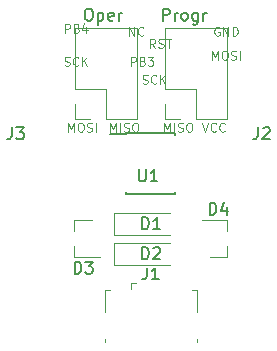
<source format=gbr>
G04 #@! TF.FileFunction,Legend,Top*
%FSLAX46Y46*%
G04 Gerber Fmt 4.6, Leading zero omitted, Abs format (unit mm)*
G04 Created by KiCad (PCBNEW 4.0.4-stable) date 04/18/19 21:09:23*
%MOMM*%
%LPD*%
G01*
G04 APERTURE LIST*
%ADD10C,0.100000*%
%ADD11C,0.120000*%
%ADD12C,0.150000*%
G04 APERTURE END LIST*
D10*
X123888572Y-77349000D02*
X123817143Y-77313286D01*
X123710000Y-77313286D01*
X123602857Y-77349000D01*
X123531429Y-77420429D01*
X123495714Y-77491857D01*
X123460000Y-77634714D01*
X123460000Y-77741857D01*
X123495714Y-77884714D01*
X123531429Y-77956143D01*
X123602857Y-78027571D01*
X123710000Y-78063286D01*
X123781429Y-78063286D01*
X123888572Y-78027571D01*
X123924286Y-77991857D01*
X123924286Y-77741857D01*
X123781429Y-77741857D01*
X124245714Y-78063286D02*
X124245714Y-77313286D01*
X124674286Y-78063286D01*
X124674286Y-77313286D01*
X125031428Y-78063286D02*
X125031428Y-77313286D01*
X125210000Y-77313286D01*
X125317143Y-77349000D01*
X125388571Y-77420429D01*
X125424286Y-77491857D01*
X125460000Y-77634714D01*
X125460000Y-77741857D01*
X125424286Y-77884714D01*
X125388571Y-77956143D01*
X125317143Y-78027571D01*
X125210000Y-78063286D01*
X125031428Y-78063286D01*
X123281428Y-80095286D02*
X123281428Y-79345286D01*
X123531428Y-79881000D01*
X123781428Y-79345286D01*
X123781428Y-80095286D01*
X124281429Y-79345286D02*
X124424286Y-79345286D01*
X124495714Y-79381000D01*
X124567143Y-79452429D01*
X124602857Y-79595286D01*
X124602857Y-79845286D01*
X124567143Y-79988143D01*
X124495714Y-80059571D01*
X124424286Y-80095286D01*
X124281429Y-80095286D01*
X124210000Y-80059571D01*
X124138571Y-79988143D01*
X124102857Y-79845286D01*
X124102857Y-79595286D01*
X124138571Y-79452429D01*
X124210000Y-79381000D01*
X124281429Y-79345286D01*
X124888571Y-80059571D02*
X124995714Y-80095286D01*
X125174285Y-80095286D01*
X125245714Y-80059571D01*
X125281428Y-80023857D01*
X125317143Y-79952429D01*
X125317143Y-79881000D01*
X125281428Y-79809571D01*
X125245714Y-79773857D01*
X125174285Y-79738143D01*
X125031428Y-79702429D01*
X124960000Y-79666714D01*
X124924285Y-79631000D01*
X124888571Y-79559571D01*
X124888571Y-79488143D01*
X124924285Y-79416714D01*
X124960000Y-79381000D01*
X125031428Y-79345286D01*
X125210000Y-79345286D01*
X125317143Y-79381000D01*
X125638571Y-80095286D02*
X125638571Y-79345286D01*
X119217428Y-86191286D02*
X119217428Y-85441286D01*
X119467428Y-85977000D01*
X119717428Y-85441286D01*
X119717428Y-86191286D01*
X120074571Y-86191286D02*
X120074571Y-85441286D01*
X120396000Y-86155571D02*
X120503143Y-86191286D01*
X120681714Y-86191286D01*
X120753143Y-86155571D01*
X120788857Y-86119857D01*
X120824572Y-86048429D01*
X120824572Y-85977000D01*
X120788857Y-85905571D01*
X120753143Y-85869857D01*
X120681714Y-85834143D01*
X120538857Y-85798429D01*
X120467429Y-85762714D01*
X120431714Y-85727000D01*
X120396000Y-85655571D01*
X120396000Y-85584143D01*
X120431714Y-85512714D01*
X120467429Y-85477000D01*
X120538857Y-85441286D01*
X120717429Y-85441286D01*
X120824572Y-85477000D01*
X121288858Y-85441286D02*
X121431715Y-85441286D01*
X121503143Y-85477000D01*
X121574572Y-85548429D01*
X121610286Y-85691286D01*
X121610286Y-85941286D01*
X121574572Y-86084143D01*
X121503143Y-86155571D01*
X121431715Y-86191286D01*
X121288858Y-86191286D01*
X121217429Y-86155571D01*
X121146000Y-86084143D01*
X121110286Y-85941286D01*
X121110286Y-85691286D01*
X121146000Y-85548429D01*
X121217429Y-85477000D01*
X121288858Y-85441286D01*
X117399714Y-82091571D02*
X117506857Y-82127286D01*
X117685428Y-82127286D01*
X117756857Y-82091571D01*
X117792571Y-82055857D01*
X117828286Y-81984429D01*
X117828286Y-81913000D01*
X117792571Y-81841571D01*
X117756857Y-81805857D01*
X117685428Y-81770143D01*
X117542571Y-81734429D01*
X117471143Y-81698714D01*
X117435428Y-81663000D01*
X117399714Y-81591571D01*
X117399714Y-81520143D01*
X117435428Y-81448714D01*
X117471143Y-81413000D01*
X117542571Y-81377286D01*
X117721143Y-81377286D01*
X117828286Y-81413000D01*
X118578286Y-82055857D02*
X118542572Y-82091571D01*
X118435429Y-82127286D01*
X118364000Y-82127286D01*
X118256857Y-82091571D01*
X118185429Y-82020143D01*
X118149714Y-81948714D01*
X118114000Y-81805857D01*
X118114000Y-81698714D01*
X118149714Y-81555857D01*
X118185429Y-81484429D01*
X118256857Y-81413000D01*
X118364000Y-81377286D01*
X118435429Y-81377286D01*
X118542572Y-81413000D01*
X118578286Y-81448714D01*
X118899714Y-82127286D02*
X118899714Y-81377286D01*
X119328286Y-82127286D02*
X119006857Y-81698714D01*
X119328286Y-81377286D02*
X118899714Y-81805857D01*
X118461286Y-79079286D02*
X118211286Y-78722143D01*
X118032714Y-79079286D02*
X118032714Y-78329286D01*
X118318429Y-78329286D01*
X118389857Y-78365000D01*
X118425572Y-78400714D01*
X118461286Y-78472143D01*
X118461286Y-78579286D01*
X118425572Y-78650714D01*
X118389857Y-78686429D01*
X118318429Y-78722143D01*
X118032714Y-78722143D01*
X118747000Y-79043571D02*
X118854143Y-79079286D01*
X119032714Y-79079286D01*
X119104143Y-79043571D01*
X119139857Y-79007857D01*
X119175572Y-78936429D01*
X119175572Y-78865000D01*
X119139857Y-78793571D01*
X119104143Y-78757857D01*
X119032714Y-78722143D01*
X118889857Y-78686429D01*
X118818429Y-78650714D01*
X118782714Y-78615000D01*
X118747000Y-78543571D01*
X118747000Y-78472143D01*
X118782714Y-78400714D01*
X118818429Y-78365000D01*
X118889857Y-78329286D01*
X119068429Y-78329286D01*
X119175572Y-78365000D01*
X119389858Y-78329286D02*
X119818429Y-78329286D01*
X119604143Y-79079286D02*
X119604143Y-78329286D01*
X122444001Y-85441286D02*
X122694001Y-86191286D01*
X122944001Y-85441286D01*
X123622572Y-86119857D02*
X123586858Y-86155571D01*
X123479715Y-86191286D01*
X123408286Y-86191286D01*
X123301143Y-86155571D01*
X123229715Y-86084143D01*
X123194000Y-86012714D01*
X123158286Y-85869857D01*
X123158286Y-85762714D01*
X123194000Y-85619857D01*
X123229715Y-85548429D01*
X123301143Y-85477000D01*
X123408286Y-85441286D01*
X123479715Y-85441286D01*
X123586858Y-85477000D01*
X123622572Y-85512714D01*
X124372572Y-86119857D02*
X124336858Y-86155571D01*
X124229715Y-86191286D01*
X124158286Y-86191286D01*
X124051143Y-86155571D01*
X123979715Y-86084143D01*
X123944000Y-86012714D01*
X123908286Y-85869857D01*
X123908286Y-85762714D01*
X123944000Y-85619857D01*
X123979715Y-85548429D01*
X124051143Y-85477000D01*
X124158286Y-85441286D01*
X124229715Y-85441286D01*
X124336858Y-85477000D01*
X124372572Y-85512714D01*
X114645428Y-86191286D02*
X114645428Y-85441286D01*
X114895428Y-85977000D01*
X115145428Y-85441286D01*
X115145428Y-86191286D01*
X115502571Y-86191286D02*
X115502571Y-85441286D01*
X115824000Y-86155571D02*
X115931143Y-86191286D01*
X116109714Y-86191286D01*
X116181143Y-86155571D01*
X116216857Y-86119857D01*
X116252572Y-86048429D01*
X116252572Y-85977000D01*
X116216857Y-85905571D01*
X116181143Y-85869857D01*
X116109714Y-85834143D01*
X115966857Y-85798429D01*
X115895429Y-85762714D01*
X115859714Y-85727000D01*
X115824000Y-85655571D01*
X115824000Y-85584143D01*
X115859714Y-85512714D01*
X115895429Y-85477000D01*
X115966857Y-85441286D01*
X116145429Y-85441286D01*
X116252572Y-85477000D01*
X116716858Y-85441286D02*
X116859715Y-85441286D01*
X116931143Y-85477000D01*
X117002572Y-85548429D01*
X117038286Y-85691286D01*
X117038286Y-85941286D01*
X117002572Y-86084143D01*
X116931143Y-86155571D01*
X116859715Y-86191286D01*
X116716858Y-86191286D01*
X116645429Y-86155571D01*
X116574000Y-86084143D01*
X116538286Y-85941286D01*
X116538286Y-85691286D01*
X116574000Y-85548429D01*
X116645429Y-85477000D01*
X116716858Y-85441286D01*
X111089428Y-86191286D02*
X111089428Y-85441286D01*
X111339428Y-85977000D01*
X111589428Y-85441286D01*
X111589428Y-86191286D01*
X112089429Y-85441286D02*
X112232286Y-85441286D01*
X112303714Y-85477000D01*
X112375143Y-85548429D01*
X112410857Y-85691286D01*
X112410857Y-85941286D01*
X112375143Y-86084143D01*
X112303714Y-86155571D01*
X112232286Y-86191286D01*
X112089429Y-86191286D01*
X112018000Y-86155571D01*
X111946571Y-86084143D01*
X111910857Y-85941286D01*
X111910857Y-85691286D01*
X111946571Y-85548429D01*
X112018000Y-85477000D01*
X112089429Y-85441286D01*
X112696571Y-86155571D02*
X112803714Y-86191286D01*
X112982285Y-86191286D01*
X113053714Y-86155571D01*
X113089428Y-86119857D01*
X113125143Y-86048429D01*
X113125143Y-85977000D01*
X113089428Y-85905571D01*
X113053714Y-85869857D01*
X112982285Y-85834143D01*
X112839428Y-85798429D01*
X112768000Y-85762714D01*
X112732285Y-85727000D01*
X112696571Y-85655571D01*
X112696571Y-85584143D01*
X112732285Y-85512714D01*
X112768000Y-85477000D01*
X112839428Y-85441286D01*
X113018000Y-85441286D01*
X113125143Y-85477000D01*
X113446571Y-86191286D02*
X113446571Y-85441286D01*
X116419428Y-80603286D02*
X116419428Y-79853286D01*
X116705143Y-79853286D01*
X116776571Y-79889000D01*
X116812286Y-79924714D01*
X116848000Y-79996143D01*
X116848000Y-80103286D01*
X116812286Y-80174714D01*
X116776571Y-80210429D01*
X116705143Y-80246143D01*
X116419428Y-80246143D01*
X117419428Y-80210429D02*
X117526571Y-80246143D01*
X117562286Y-80281857D01*
X117598000Y-80353286D01*
X117598000Y-80460429D01*
X117562286Y-80531857D01*
X117526571Y-80567571D01*
X117455143Y-80603286D01*
X117169428Y-80603286D01*
X117169428Y-79853286D01*
X117419428Y-79853286D01*
X117490857Y-79889000D01*
X117526571Y-79924714D01*
X117562286Y-79996143D01*
X117562286Y-80067571D01*
X117526571Y-80139000D01*
X117490857Y-80174714D01*
X117419428Y-80210429D01*
X117169428Y-80210429D01*
X117848000Y-79853286D02*
X118312286Y-79853286D01*
X118062286Y-80139000D01*
X118169428Y-80139000D01*
X118240857Y-80174714D01*
X118276571Y-80210429D01*
X118312286Y-80281857D01*
X118312286Y-80460429D01*
X118276571Y-80531857D01*
X118240857Y-80567571D01*
X118169428Y-80603286D01*
X117955143Y-80603286D01*
X117883714Y-80567571D01*
X117848000Y-80531857D01*
X110795714Y-80567571D02*
X110902857Y-80603286D01*
X111081428Y-80603286D01*
X111152857Y-80567571D01*
X111188571Y-80531857D01*
X111224286Y-80460429D01*
X111224286Y-80389000D01*
X111188571Y-80317571D01*
X111152857Y-80281857D01*
X111081428Y-80246143D01*
X110938571Y-80210429D01*
X110867143Y-80174714D01*
X110831428Y-80139000D01*
X110795714Y-80067571D01*
X110795714Y-79996143D01*
X110831428Y-79924714D01*
X110867143Y-79889000D01*
X110938571Y-79853286D01*
X111117143Y-79853286D01*
X111224286Y-79889000D01*
X111974286Y-80531857D02*
X111938572Y-80567571D01*
X111831429Y-80603286D01*
X111760000Y-80603286D01*
X111652857Y-80567571D01*
X111581429Y-80496143D01*
X111545714Y-80424714D01*
X111510000Y-80281857D01*
X111510000Y-80174714D01*
X111545714Y-80031857D01*
X111581429Y-79960429D01*
X111652857Y-79889000D01*
X111760000Y-79853286D01*
X111831429Y-79853286D01*
X111938572Y-79889000D01*
X111974286Y-79924714D01*
X112295714Y-80603286D02*
X112295714Y-79853286D01*
X112724286Y-80603286D02*
X112402857Y-80174714D01*
X112724286Y-79853286D02*
X112295714Y-80281857D01*
X116250714Y-78063286D02*
X116250714Y-77313286D01*
X116679286Y-78063286D01*
X116679286Y-77313286D01*
X117465000Y-77991857D02*
X117429286Y-78027571D01*
X117322143Y-78063286D01*
X117250714Y-78063286D01*
X117143571Y-78027571D01*
X117072143Y-77956143D01*
X117036428Y-77884714D01*
X117000714Y-77741857D01*
X117000714Y-77634714D01*
X117036428Y-77491857D01*
X117072143Y-77420429D01*
X117143571Y-77349000D01*
X117250714Y-77313286D01*
X117322143Y-77313286D01*
X117429286Y-77349000D01*
X117465000Y-77384714D01*
X110831428Y-77809286D02*
X110831428Y-77059286D01*
X111117143Y-77059286D01*
X111188571Y-77095000D01*
X111224286Y-77130714D01*
X111260000Y-77202143D01*
X111260000Y-77309286D01*
X111224286Y-77380714D01*
X111188571Y-77416429D01*
X111117143Y-77452143D01*
X110831428Y-77452143D01*
X111831428Y-77416429D02*
X111938571Y-77452143D01*
X111974286Y-77487857D01*
X112010000Y-77559286D01*
X112010000Y-77666429D01*
X111974286Y-77737857D01*
X111938571Y-77773571D01*
X111867143Y-77809286D01*
X111581428Y-77809286D01*
X111581428Y-77059286D01*
X111831428Y-77059286D01*
X111902857Y-77095000D01*
X111938571Y-77130714D01*
X111974286Y-77202143D01*
X111974286Y-77273571D01*
X111938571Y-77345000D01*
X111902857Y-77380714D01*
X111831428Y-77416429D01*
X111581428Y-77416429D01*
X112652857Y-77309286D02*
X112652857Y-77809286D01*
X112474286Y-77023571D02*
X112295714Y-77559286D01*
X112760000Y-77559286D01*
D11*
X115010000Y-93030000D02*
X115010000Y-94930000D01*
X115010000Y-94930000D02*
X119710000Y-94930000D01*
X115010000Y-93030000D02*
X119710000Y-93030000D01*
X115010000Y-95570000D02*
X115010000Y-97470000D01*
X115010000Y-97470000D02*
X119710000Y-97470000D01*
X115010000Y-95570000D02*
X119710000Y-95570000D01*
X114210000Y-99585000D02*
X114660000Y-99585000D01*
X114210000Y-101435000D02*
X114210000Y-99585000D01*
X122010000Y-103985000D02*
X122010000Y-103735000D01*
X114210000Y-103985000D02*
X114210000Y-103735000D01*
X122010000Y-101435000D02*
X122010000Y-99585000D01*
X122010000Y-99585000D02*
X121560000Y-99585000D01*
X116410000Y-99035000D02*
X116860000Y-99035000D01*
X116410000Y-99035000D02*
X116410000Y-99485000D01*
X119320000Y-82550000D02*
X119320000Y-77410000D01*
X119320000Y-77410000D02*
X124520000Y-77410000D01*
X124520000Y-77410000D02*
X124520000Y-85150000D01*
X124520000Y-85150000D02*
X121920000Y-85150000D01*
X121920000Y-85150000D02*
X121920000Y-82550000D01*
X121920000Y-82550000D02*
X119320000Y-82550000D01*
X119320000Y-83820000D02*
X119320000Y-85150000D01*
X119320000Y-85150000D02*
X120590000Y-85150000D01*
D12*
X116035000Y-86325000D02*
X116035000Y-86375000D01*
X120185000Y-86325000D02*
X120185000Y-86470000D01*
X120185000Y-91475000D02*
X120185000Y-91330000D01*
X116035000Y-91475000D02*
X116035000Y-91330000D01*
X116035000Y-86325000D02*
X120185000Y-86325000D01*
X116035000Y-91475000D02*
X120185000Y-91475000D01*
X116035000Y-86375000D02*
X114635000Y-86375000D01*
D11*
X111635000Y-93670000D02*
X111635000Y-94600000D01*
X111635000Y-96830000D02*
X111635000Y-95900000D01*
X111635000Y-96830000D02*
X113795000Y-96830000D01*
X111635000Y-93670000D02*
X113095000Y-93670000D01*
X124585000Y-96830000D02*
X124585000Y-95900000D01*
X124585000Y-93670000D02*
X124585000Y-94600000D01*
X124585000Y-93670000D02*
X122425000Y-93670000D01*
X124585000Y-96830000D02*
X123125000Y-96830000D01*
X111700000Y-82550000D02*
X111700000Y-77410000D01*
X111700000Y-77410000D02*
X116900000Y-77410000D01*
X116900000Y-77410000D02*
X116900000Y-85150000D01*
X116900000Y-85150000D02*
X114300000Y-85150000D01*
X114300000Y-85150000D02*
X114300000Y-82550000D01*
X114300000Y-82550000D02*
X111700000Y-82550000D01*
X111700000Y-83820000D02*
X111700000Y-85150000D01*
X111700000Y-85150000D02*
X112970000Y-85150000D01*
D12*
X117371905Y-94432381D02*
X117371905Y-93432381D01*
X117610000Y-93432381D01*
X117752858Y-93480000D01*
X117848096Y-93575238D01*
X117895715Y-93670476D01*
X117943334Y-93860952D01*
X117943334Y-94003810D01*
X117895715Y-94194286D01*
X117848096Y-94289524D01*
X117752858Y-94384762D01*
X117610000Y-94432381D01*
X117371905Y-94432381D01*
X118895715Y-94432381D02*
X118324286Y-94432381D01*
X118610000Y-94432381D02*
X118610000Y-93432381D01*
X118514762Y-93575238D01*
X118419524Y-93670476D01*
X118324286Y-93718095D01*
X117371905Y-96972381D02*
X117371905Y-95972381D01*
X117610000Y-95972381D01*
X117752858Y-96020000D01*
X117848096Y-96115238D01*
X117895715Y-96210476D01*
X117943334Y-96400952D01*
X117943334Y-96543810D01*
X117895715Y-96734286D01*
X117848096Y-96829524D01*
X117752858Y-96924762D01*
X117610000Y-96972381D01*
X117371905Y-96972381D01*
X118324286Y-96067619D02*
X118371905Y-96020000D01*
X118467143Y-95972381D01*
X118705239Y-95972381D01*
X118800477Y-96020000D01*
X118848096Y-96067619D01*
X118895715Y-96162857D01*
X118895715Y-96258095D01*
X118848096Y-96400952D01*
X118276667Y-96972381D01*
X118895715Y-96972381D01*
X117776667Y-97687381D02*
X117776667Y-98401667D01*
X117729047Y-98544524D01*
X117633809Y-98639762D01*
X117490952Y-98687381D01*
X117395714Y-98687381D01*
X118776667Y-98687381D02*
X118205238Y-98687381D01*
X118490952Y-98687381D02*
X118490952Y-97687381D01*
X118395714Y-97830238D01*
X118300476Y-97925476D01*
X118205238Y-97973095D01*
X127174667Y-85812381D02*
X127174667Y-86526667D01*
X127127047Y-86669524D01*
X127031809Y-86764762D01*
X126888952Y-86812381D01*
X126793714Y-86812381D01*
X127603238Y-85907619D02*
X127650857Y-85860000D01*
X127746095Y-85812381D01*
X127984191Y-85812381D01*
X128079429Y-85860000D01*
X128127048Y-85907619D01*
X128174667Y-86002857D01*
X128174667Y-86098095D01*
X128127048Y-86240952D01*
X127555619Y-86812381D01*
X128174667Y-86812381D01*
X119118285Y-76779381D02*
X119118285Y-75779381D01*
X119499238Y-75779381D01*
X119594476Y-75827000D01*
X119642095Y-75874619D01*
X119689714Y-75969857D01*
X119689714Y-76112714D01*
X119642095Y-76207952D01*
X119594476Y-76255571D01*
X119499238Y-76303190D01*
X119118285Y-76303190D01*
X120118285Y-76779381D02*
X120118285Y-76112714D01*
X120118285Y-76303190D02*
X120165904Y-76207952D01*
X120213523Y-76160333D01*
X120308761Y-76112714D01*
X120404000Y-76112714D01*
X120880190Y-76779381D02*
X120784952Y-76731762D01*
X120737333Y-76684143D01*
X120689714Y-76588905D01*
X120689714Y-76303190D01*
X120737333Y-76207952D01*
X120784952Y-76160333D01*
X120880190Y-76112714D01*
X121023048Y-76112714D01*
X121118286Y-76160333D01*
X121165905Y-76207952D01*
X121213524Y-76303190D01*
X121213524Y-76588905D01*
X121165905Y-76684143D01*
X121118286Y-76731762D01*
X121023048Y-76779381D01*
X120880190Y-76779381D01*
X122070667Y-76112714D02*
X122070667Y-76922238D01*
X122023048Y-77017476D01*
X121975429Y-77065095D01*
X121880190Y-77112714D01*
X121737333Y-77112714D01*
X121642095Y-77065095D01*
X122070667Y-76731762D02*
X121975429Y-76779381D01*
X121784952Y-76779381D01*
X121689714Y-76731762D01*
X121642095Y-76684143D01*
X121594476Y-76588905D01*
X121594476Y-76303190D01*
X121642095Y-76207952D01*
X121689714Y-76160333D01*
X121784952Y-76112714D01*
X121975429Y-76112714D01*
X122070667Y-76160333D01*
X122546857Y-76779381D02*
X122546857Y-76112714D01*
X122546857Y-76303190D02*
X122594476Y-76207952D01*
X122642095Y-76160333D01*
X122737333Y-76112714D01*
X122832572Y-76112714D01*
X117094095Y-89368381D02*
X117094095Y-90177905D01*
X117141714Y-90273143D01*
X117189333Y-90320762D01*
X117284571Y-90368381D01*
X117475048Y-90368381D01*
X117570286Y-90320762D01*
X117617905Y-90273143D01*
X117665524Y-90177905D01*
X117665524Y-89368381D01*
X118665524Y-90368381D02*
X118094095Y-90368381D01*
X118379809Y-90368381D02*
X118379809Y-89368381D01*
X118284571Y-89511238D01*
X118189333Y-89606476D01*
X118094095Y-89654095D01*
X111656905Y-98202381D02*
X111656905Y-97202381D01*
X111895000Y-97202381D01*
X112037858Y-97250000D01*
X112133096Y-97345238D01*
X112180715Y-97440476D01*
X112228334Y-97630952D01*
X112228334Y-97773810D01*
X112180715Y-97964286D01*
X112133096Y-98059524D01*
X112037858Y-98154762D01*
X111895000Y-98202381D01*
X111656905Y-98202381D01*
X112561667Y-97202381D02*
X113180715Y-97202381D01*
X112847381Y-97583333D01*
X112990239Y-97583333D01*
X113085477Y-97630952D01*
X113133096Y-97678571D01*
X113180715Y-97773810D01*
X113180715Y-98011905D01*
X113133096Y-98107143D01*
X113085477Y-98154762D01*
X112990239Y-98202381D01*
X112704524Y-98202381D01*
X112609286Y-98154762D01*
X112561667Y-98107143D01*
X123086905Y-93202381D02*
X123086905Y-92202381D01*
X123325000Y-92202381D01*
X123467858Y-92250000D01*
X123563096Y-92345238D01*
X123610715Y-92440476D01*
X123658334Y-92630952D01*
X123658334Y-92773810D01*
X123610715Y-92964286D01*
X123563096Y-93059524D01*
X123467858Y-93154762D01*
X123325000Y-93202381D01*
X123086905Y-93202381D01*
X124515477Y-92535714D02*
X124515477Y-93202381D01*
X124277381Y-92154762D02*
X124039286Y-92869048D01*
X124658334Y-92869048D01*
X106346667Y-85812381D02*
X106346667Y-86526667D01*
X106299047Y-86669524D01*
X106203809Y-86764762D01*
X106060952Y-86812381D01*
X105965714Y-86812381D01*
X106727619Y-85812381D02*
X107346667Y-85812381D01*
X107013333Y-86193333D01*
X107156191Y-86193333D01*
X107251429Y-86240952D01*
X107299048Y-86288571D01*
X107346667Y-86383810D01*
X107346667Y-86621905D01*
X107299048Y-86717143D01*
X107251429Y-86764762D01*
X107156191Y-86812381D01*
X106870476Y-86812381D01*
X106775238Y-86764762D01*
X106727619Y-86717143D01*
X112760285Y-75779381D02*
X112950762Y-75779381D01*
X113046000Y-75827000D01*
X113141238Y-75922238D01*
X113188857Y-76112714D01*
X113188857Y-76446048D01*
X113141238Y-76636524D01*
X113046000Y-76731762D01*
X112950762Y-76779381D01*
X112760285Y-76779381D01*
X112665047Y-76731762D01*
X112569809Y-76636524D01*
X112522190Y-76446048D01*
X112522190Y-76112714D01*
X112569809Y-75922238D01*
X112665047Y-75827000D01*
X112760285Y-75779381D01*
X113617428Y-76112714D02*
X113617428Y-77112714D01*
X113617428Y-76160333D02*
X113712666Y-76112714D01*
X113903143Y-76112714D01*
X113998381Y-76160333D01*
X114046000Y-76207952D01*
X114093619Y-76303190D01*
X114093619Y-76588905D01*
X114046000Y-76684143D01*
X113998381Y-76731762D01*
X113903143Y-76779381D01*
X113712666Y-76779381D01*
X113617428Y-76731762D01*
X114903143Y-76731762D02*
X114807905Y-76779381D01*
X114617428Y-76779381D01*
X114522190Y-76731762D01*
X114474571Y-76636524D01*
X114474571Y-76255571D01*
X114522190Y-76160333D01*
X114617428Y-76112714D01*
X114807905Y-76112714D01*
X114903143Y-76160333D01*
X114950762Y-76255571D01*
X114950762Y-76350810D01*
X114474571Y-76446048D01*
X115379333Y-76779381D02*
X115379333Y-76112714D01*
X115379333Y-76303190D02*
X115426952Y-76207952D01*
X115474571Y-76160333D01*
X115569809Y-76112714D01*
X115665048Y-76112714D01*
M02*

</source>
